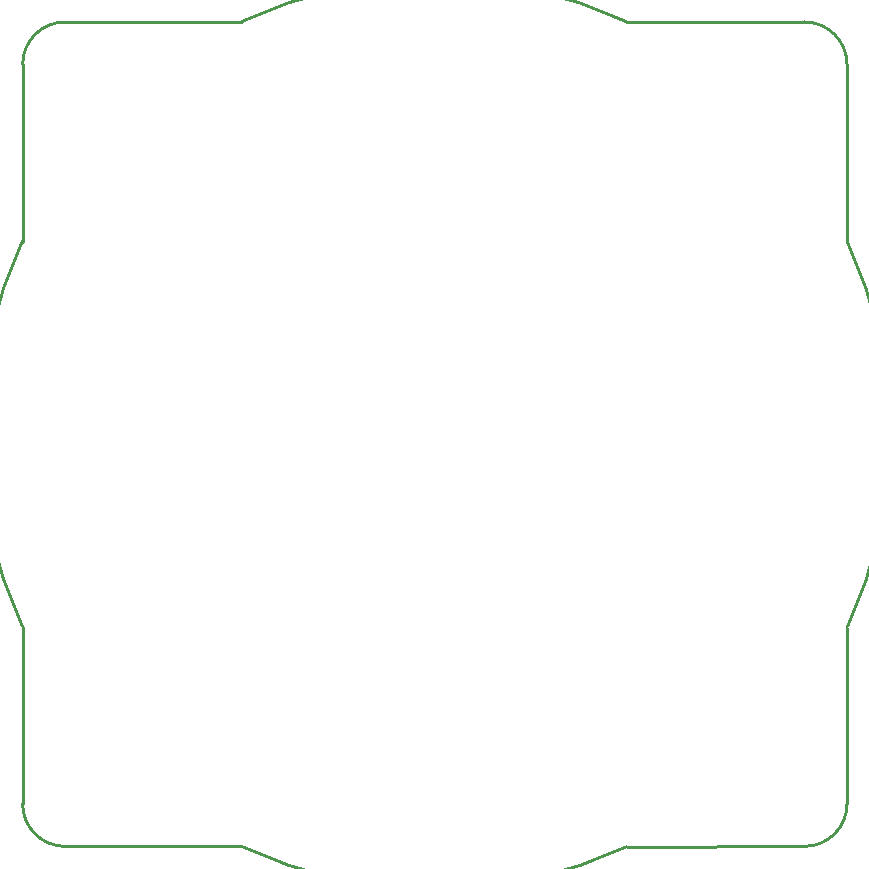
<source format=gbr>
G04 start of page 4 for group 6 idx 6 *
G04 Title: (unknown), outline *
G04 Creator: pcb 4.2.0 *
G04 CreationDate: Fri Jan  3 20:58:43 2020 UTC *
G04 For: blinken *
G04 Format: Gerber/RS-274X *
G04 PCB-Dimensions (mil): 3149.61 3149.61 *
G04 PCB-Coordinate-Origin: lower left *
%MOIN*%
%FSLAX25Y25*%
%LNOUTLINE*%
%ADD39C,0.0100*%
G54D39*X294882Y280709D02*Y221654D01*
X221434Y19941D02*X280709Y20079D01*
X294882Y34252D02*Y92913D01*
X20079Y280709D02*Y221654D01*
X221260Y294882D02*X280709D01*
X34252D02*X93307D01*
X20079Y34252D02*Y93307D01*
X93307Y20079D02*X34252D01*
X280709Y294882D02*G75*G02X294882Y280709I0J-14173D01*G01*
Y34252D02*G75*G02X280709Y20079I-14173J0D01*G01*
X221250Y295020D02*G75*G03X93133Y295020I-64058J-137373D01*G01*
X93317Y19941D02*G75*G03X221434Y19941I64058J137373D01*G01*
X34252Y20079D02*G75*G02X20079Y34252I0J14173D01*G01*
Y280709D02*G75*G02X34252Y294882I14173J0D01*G01*
X19941Y221643D02*G75*G03X19941Y93527I137373J-64058D01*G01*
X295020Y93317D02*G75*G03X295020Y221434I-137373J64058D01*G01*
M02*

</source>
